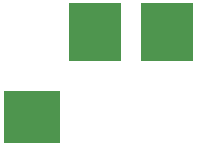
<source format=gbp>
G04 #@! TF.GenerationSoftware,KiCad,Pcbnew,6.0.10-86aedd382b~118~ubuntu22.04.1*
G04 #@! TF.CreationDate,2023-04-18T16:49:58-04:00*
G04 #@! TF.ProjectId,firstfpga-clock,66697273-7466-4706-9761-2d636c6f636b,rev?*
G04 #@! TF.SameCoordinates,Original*
G04 #@! TF.FileFunction,Paste,Bot*
G04 #@! TF.FilePolarity,Positive*
%FSLAX46Y46*%
G04 Gerber Fmt 4.6, Leading zero omitted, Abs format (unit mm)*
G04 Created by KiCad (PCBNEW 6.0.10-86aedd382b~118~ubuntu22.04.1) date 2023-04-18 16:49:58*
%MOMM*%
%LPD*%
G01*
G04 APERTURE LIST*
%ADD10R,4.700000X4.500000*%
%ADD11R,4.500000X4.900000*%
G04 APERTURE END LIST*
D10*
X188450000Y-105725000D03*
D11*
X193750000Y-98575000D03*
X199800000Y-98575000D03*
M02*

</source>
